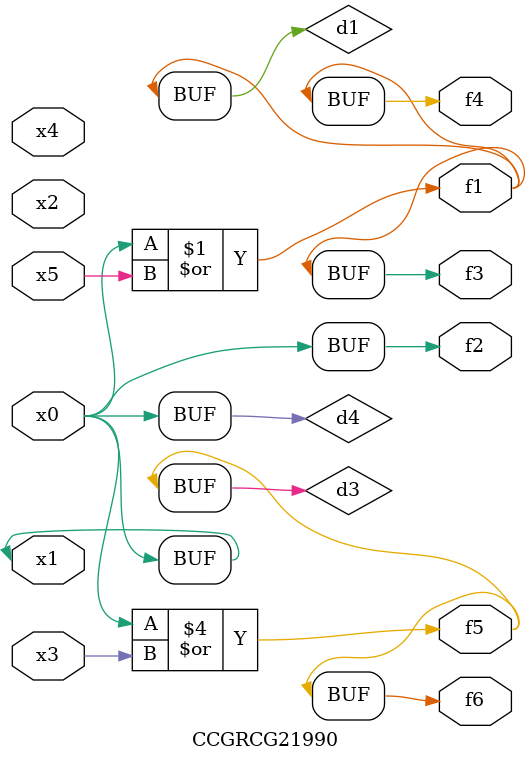
<source format=v>
module CCGRCG21990(
	input x0, x1, x2, x3, x4, x5,
	output f1, f2, f3, f4, f5, f6
);

	wire d1, d2, d3, d4;

	or (d1, x0, x5);
	xnor (d2, x1, x4);
	or (d3, x0, x3);
	buf (d4, x0, x1);
	assign f1 = d1;
	assign f2 = d4;
	assign f3 = d1;
	assign f4 = d1;
	assign f5 = d3;
	assign f6 = d3;
endmodule

</source>
